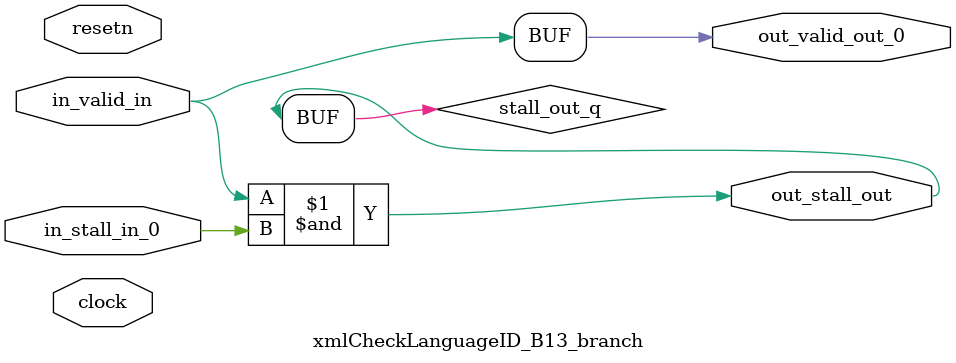
<source format=sv>



(* altera_attribute = "-name AUTO_SHIFT_REGISTER_RECOGNITION OFF; -name MESSAGE_DISABLE 10036; -name MESSAGE_DISABLE 10037; -name MESSAGE_DISABLE 14130; -name MESSAGE_DISABLE 14320; -name MESSAGE_DISABLE 15400; -name MESSAGE_DISABLE 14130; -name MESSAGE_DISABLE 10036; -name MESSAGE_DISABLE 12020; -name MESSAGE_DISABLE 12030; -name MESSAGE_DISABLE 12010; -name MESSAGE_DISABLE 12110; -name MESSAGE_DISABLE 14320; -name MESSAGE_DISABLE 13410; -name MESSAGE_DISABLE 113007; -name MESSAGE_DISABLE 10958" *)
module xmlCheckLanguageID_B13_branch (
    input wire [0:0] in_stall_in_0,
    input wire [0:0] in_valid_in,
    output wire [0:0] out_stall_out,
    output wire [0:0] out_valid_out_0,
    input wire clock,
    input wire resetn
    );

    wire [0:0] stall_out_q;


    // stall_out(LOGICAL,6)
    assign stall_out_q = in_valid_in & in_stall_in_0;

    // out_stall_out(GPOUT,4)
    assign out_stall_out = stall_out_q;

    // out_valid_out_0(GPOUT,5)
    assign out_valid_out_0 = in_valid_in;

endmodule

</source>
